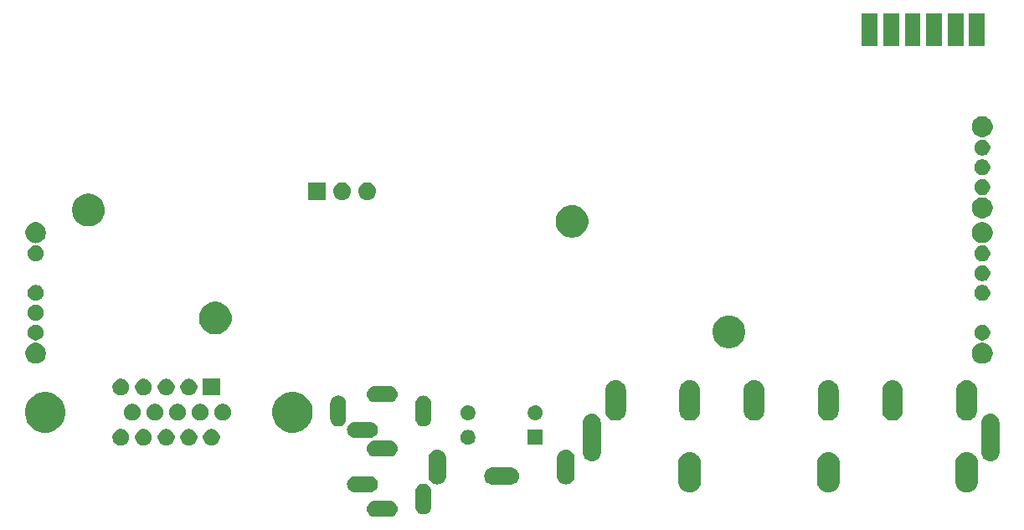
<source format=gbs>
G04 #@! TF.GenerationSoftware,KiCad,Pcbnew,(5.1.0)-1*
G04 #@! TF.CreationDate,2019-06-17T15:30:08-04:00*
G04 #@! TF.ProjectId,PSX Breakout,50535820-4272-4656-916b-6f75742e6b69,rev?*
G04 #@! TF.SameCoordinates,Original*
G04 #@! TF.FileFunction,Soldermask,Bot*
G04 #@! TF.FilePolarity,Negative*
%FSLAX46Y46*%
G04 Gerber Fmt 4.6, Leading zero omitted, Abs format (unit mm)*
G04 Created by KiCad (PCBNEW (5.1.0)-1) date 2019-06-17 15:30:08*
%MOMM*%
%LPD*%
G04 APERTURE LIST*
%ADD10C,0.100000*%
G04 APERTURE END LIST*
D10*
G36*
X128038808Y-109442648D02*
G01*
X128190551Y-109488678D01*
X128330398Y-109563428D01*
X128452975Y-109664025D01*
X128553572Y-109786602D01*
X128628322Y-109926449D01*
X128674352Y-110078192D01*
X128689895Y-110236000D01*
X128674352Y-110393808D01*
X128628322Y-110545551D01*
X128553572Y-110685398D01*
X128452975Y-110807975D01*
X128330398Y-110908572D01*
X128190551Y-110983322D01*
X128038808Y-111029352D01*
X127920546Y-111041000D01*
X126333454Y-111041000D01*
X126215192Y-111029352D01*
X126063449Y-110983322D01*
X125923602Y-110908572D01*
X125801025Y-110807975D01*
X125700428Y-110685398D01*
X125625678Y-110545551D01*
X125579648Y-110393808D01*
X125564105Y-110236000D01*
X125579648Y-110078192D01*
X125625678Y-109926449D01*
X125700428Y-109786602D01*
X125801025Y-109664025D01*
X125923602Y-109563428D01*
X126063449Y-109488678D01*
X126215192Y-109442648D01*
X126333454Y-109431000D01*
X127920546Y-109431000D01*
X128038808Y-109442648D01*
X128038808Y-109442648D01*
G37*
G36*
X131434808Y-107688648D02*
G01*
X131586551Y-107734678D01*
X131726398Y-107809428D01*
X131848975Y-107910025D01*
X131949572Y-108032602D01*
X132024322Y-108172449D01*
X132070352Y-108324192D01*
X132082000Y-108442454D01*
X132082000Y-110029546D01*
X132070352Y-110147808D01*
X132024322Y-110299551D01*
X131949572Y-110439398D01*
X131848975Y-110561975D01*
X131726397Y-110662572D01*
X131586550Y-110737322D01*
X131434807Y-110783352D01*
X131277000Y-110798895D01*
X131119192Y-110783352D01*
X130967449Y-110737322D01*
X130827602Y-110662572D01*
X130705025Y-110561975D01*
X130604428Y-110439397D01*
X130529678Y-110299550D01*
X130483648Y-110147807D01*
X130472000Y-110029545D01*
X130472001Y-108442454D01*
X130483649Y-108324192D01*
X130529679Y-108172449D01*
X130604429Y-108032602D01*
X130705026Y-107910025D01*
X130827603Y-107809428D01*
X130967450Y-107734678D01*
X131119193Y-107688648D01*
X131277000Y-107673105D01*
X131434808Y-107688648D01*
X131434808Y-107688648D01*
G37*
G36*
X172449134Y-104475654D02*
G01*
X172666099Y-104541470D01*
X172666101Y-104541471D01*
X172866053Y-104648347D01*
X172866861Y-104649010D01*
X173041318Y-104792182D01*
X173094074Y-104856466D01*
X173185153Y-104967445D01*
X173282829Y-105150186D01*
X173292030Y-105167400D01*
X173320963Y-105262779D01*
X173357846Y-105384366D01*
X173374500Y-105553455D01*
X173374500Y-107466545D01*
X173367050Y-107542185D01*
X173357846Y-107635635D01*
X173311031Y-107789963D01*
X173292029Y-107852602D01*
X173185153Y-108052555D01*
X173041318Y-108227818D01*
X172866055Y-108371653D01*
X172666102Y-108478529D01*
X172666100Y-108478530D01*
X172449135Y-108544346D01*
X172223500Y-108566569D01*
X171997866Y-108544346D01*
X171780901Y-108478530D01*
X171780899Y-108478529D01*
X171580946Y-108371653D01*
X171405683Y-108227818D01*
X171261848Y-108052555D01*
X171154972Y-107852602D01*
X171135971Y-107789963D01*
X171089155Y-107635635D01*
X171072500Y-107466543D01*
X171072500Y-105553458D01*
X171089154Y-105384366D01*
X171154970Y-105167401D01*
X171154972Y-105167398D01*
X171261847Y-104967447D01*
X171330888Y-104883320D01*
X171405682Y-104792182D01*
X171508289Y-104707975D01*
X171580945Y-104648347D01*
X171780898Y-104541471D01*
X171780900Y-104541470D01*
X171997865Y-104475654D01*
X172223500Y-104453431D01*
X172449134Y-104475654D01*
X172449134Y-104475654D01*
G37*
G36*
X186449134Y-104475654D02*
G01*
X186666099Y-104541470D01*
X186666101Y-104541471D01*
X186866053Y-104648347D01*
X186866861Y-104649010D01*
X187041318Y-104792182D01*
X187094074Y-104856466D01*
X187185153Y-104967445D01*
X187282829Y-105150186D01*
X187292030Y-105167400D01*
X187320963Y-105262779D01*
X187357846Y-105384366D01*
X187374500Y-105553455D01*
X187374500Y-107466545D01*
X187367050Y-107542185D01*
X187357846Y-107635635D01*
X187311031Y-107789963D01*
X187292029Y-107852602D01*
X187185153Y-108052555D01*
X187041318Y-108227818D01*
X186866055Y-108371653D01*
X186666102Y-108478529D01*
X186666100Y-108478530D01*
X186449135Y-108544346D01*
X186223500Y-108566569D01*
X185997866Y-108544346D01*
X185780901Y-108478530D01*
X185780899Y-108478529D01*
X185580946Y-108371653D01*
X185405683Y-108227818D01*
X185261848Y-108052555D01*
X185154972Y-107852602D01*
X185135971Y-107789963D01*
X185089155Y-107635635D01*
X185072500Y-107466543D01*
X185072500Y-105553458D01*
X185089154Y-105384366D01*
X185154970Y-105167401D01*
X185154972Y-105167398D01*
X185261847Y-104967447D01*
X185330888Y-104883320D01*
X185405682Y-104792182D01*
X185508289Y-104707975D01*
X185580945Y-104648347D01*
X185780898Y-104541471D01*
X185780900Y-104541470D01*
X185997865Y-104475654D01*
X186223500Y-104453431D01*
X186449134Y-104475654D01*
X186449134Y-104475654D01*
G37*
G36*
X158449134Y-104475654D02*
G01*
X158666099Y-104541470D01*
X158666101Y-104541471D01*
X158866053Y-104648347D01*
X158866861Y-104649010D01*
X159041318Y-104792182D01*
X159094074Y-104856466D01*
X159185153Y-104967445D01*
X159282829Y-105150186D01*
X159292030Y-105167400D01*
X159320963Y-105262779D01*
X159357846Y-105384366D01*
X159374500Y-105553455D01*
X159374500Y-107466545D01*
X159367050Y-107542185D01*
X159357846Y-107635635D01*
X159311031Y-107789963D01*
X159292029Y-107852602D01*
X159185153Y-108052555D01*
X159041318Y-108227818D01*
X158866055Y-108371653D01*
X158666102Y-108478529D01*
X158666100Y-108478530D01*
X158449135Y-108544346D01*
X158223500Y-108566569D01*
X157997866Y-108544346D01*
X157780901Y-108478530D01*
X157780899Y-108478529D01*
X157580946Y-108371653D01*
X157405683Y-108227818D01*
X157261848Y-108052555D01*
X157154972Y-107852602D01*
X157135971Y-107789963D01*
X157089155Y-107635635D01*
X157072500Y-107466543D01*
X157072500Y-105553458D01*
X157089154Y-105384366D01*
X157154970Y-105167401D01*
X157154972Y-105167398D01*
X157261847Y-104967447D01*
X157330888Y-104883320D01*
X157405682Y-104792182D01*
X157508289Y-104707975D01*
X157580945Y-104648347D01*
X157780898Y-104541471D01*
X157780900Y-104541470D01*
X157997865Y-104475654D01*
X158223500Y-104453431D01*
X158449134Y-104475654D01*
X158449134Y-104475654D01*
G37*
G36*
X126038808Y-106942648D02*
G01*
X126190551Y-106988678D01*
X126330398Y-107063428D01*
X126452975Y-107164025D01*
X126553572Y-107286602D01*
X126628322Y-107426449D01*
X126674352Y-107578192D01*
X126689895Y-107736000D01*
X126674352Y-107893808D01*
X126628322Y-108045551D01*
X126553572Y-108185398D01*
X126452975Y-108307975D01*
X126330398Y-108408572D01*
X126190551Y-108483322D01*
X126038808Y-108529352D01*
X125920546Y-108541000D01*
X124333454Y-108541000D01*
X124215192Y-108529352D01*
X124063449Y-108483322D01*
X123923602Y-108408572D01*
X123801025Y-108307975D01*
X123700428Y-108185398D01*
X123625678Y-108045551D01*
X123579648Y-107893808D01*
X123564105Y-107736000D01*
X123579648Y-107578192D01*
X123625678Y-107426449D01*
X123700428Y-107286602D01*
X123801025Y-107164025D01*
X123923602Y-107063428D01*
X124063449Y-106988678D01*
X124215192Y-106942648D01*
X124333454Y-106931000D01*
X125920546Y-106931000D01*
X126038808Y-106942648D01*
X126038808Y-106942648D01*
G37*
G36*
X140152443Y-106007519D02*
G01*
X140218627Y-106014037D01*
X140388466Y-106065557D01*
X140544991Y-106149222D01*
X140580729Y-106178552D01*
X140682186Y-106261814D01*
X140765448Y-106363271D01*
X140794778Y-106399009D01*
X140878443Y-106555534D01*
X140929963Y-106725373D01*
X140947359Y-106902000D01*
X140929963Y-107078627D01*
X140878443Y-107248466D01*
X140794778Y-107404991D01*
X140765448Y-107440729D01*
X140682186Y-107542186D01*
X140605916Y-107604778D01*
X140544991Y-107654778D01*
X140544989Y-107654779D01*
X140393037Y-107736000D01*
X140388466Y-107738443D01*
X140218627Y-107789963D01*
X140152442Y-107796482D01*
X140086260Y-107803000D01*
X138297740Y-107803000D01*
X138231558Y-107796482D01*
X138165373Y-107789963D01*
X137995534Y-107738443D01*
X137990964Y-107736000D01*
X137839011Y-107654779D01*
X137839009Y-107654778D01*
X137778084Y-107604778D01*
X137701814Y-107542186D01*
X137618552Y-107440729D01*
X137589222Y-107404991D01*
X137505557Y-107248466D01*
X137454037Y-107078627D01*
X137436641Y-106902000D01*
X137454037Y-106725373D01*
X137505557Y-106555534D01*
X137589222Y-106399009D01*
X137618552Y-106363271D01*
X137701814Y-106261814D01*
X137803271Y-106178552D01*
X137839009Y-106149222D01*
X137995534Y-106065557D01*
X138165373Y-106014037D01*
X138231557Y-106007519D01*
X138297740Y-106001000D01*
X140086260Y-106001000D01*
X140152443Y-106007519D01*
X140152443Y-106007519D01*
G37*
G36*
X132868626Y-104264037D02*
G01*
X133038465Y-104315557D01*
X133038467Y-104315558D01*
X133194989Y-104399221D01*
X133332186Y-104511814D01*
X133415448Y-104613271D01*
X133444778Y-104649009D01*
X133528443Y-104805534D01*
X133579963Y-104975373D01*
X133579963Y-104975375D01*
X133593000Y-105107740D01*
X133593000Y-106896260D01*
X133589578Y-106931000D01*
X133579963Y-107028627D01*
X133528443Y-107198466D01*
X133444778Y-107354991D01*
X133415448Y-107390729D01*
X133332186Y-107492186D01*
X133230729Y-107575448D01*
X133194991Y-107604778D01*
X133038466Y-107688443D01*
X132868627Y-107739963D01*
X132692000Y-107757359D01*
X132515374Y-107739963D01*
X132345535Y-107688443D01*
X132189010Y-107604778D01*
X132153272Y-107575448D01*
X132051815Y-107492186D01*
X131968553Y-107390729D01*
X131939223Y-107354991D01*
X131855558Y-107198466D01*
X131804038Y-107028627D01*
X131794423Y-106931000D01*
X131791001Y-106896260D01*
X131791000Y-105107741D01*
X131804037Y-104975376D01*
X131804037Y-104975374D01*
X131855557Y-104805535D01*
X131939222Y-104649010D01*
X131939766Y-104648347D01*
X132051814Y-104511814D01*
X132153271Y-104428552D01*
X132189009Y-104399222D01*
X132345534Y-104315557D01*
X132515373Y-104264037D01*
X132692000Y-104246641D01*
X132868626Y-104264037D01*
X132868626Y-104264037D01*
G37*
G36*
X145868627Y-104264037D02*
G01*
X146038466Y-104315557D01*
X146194991Y-104399222D01*
X146230729Y-104428552D01*
X146332186Y-104511814D01*
X146415448Y-104613271D01*
X146444778Y-104649009D01*
X146528443Y-104805534D01*
X146579963Y-104975373D01*
X146579963Y-104975375D01*
X146593000Y-105107740D01*
X146593000Y-106896260D01*
X146589578Y-106931000D01*
X146579963Y-107028627D01*
X146528443Y-107198466D01*
X146444778Y-107354991D01*
X146415448Y-107390729D01*
X146332186Y-107492186D01*
X146194989Y-107604779D01*
X146038467Y-107688442D01*
X146038465Y-107688443D01*
X145868626Y-107739963D01*
X145692000Y-107757359D01*
X145515373Y-107739963D01*
X145345534Y-107688443D01*
X145189009Y-107604778D01*
X145153271Y-107575448D01*
X145051814Y-107492186D01*
X144939221Y-107354989D01*
X144855558Y-107198467D01*
X144819205Y-107078627D01*
X144804037Y-107028626D01*
X144794422Y-106931000D01*
X144791000Y-106896259D01*
X144791001Y-105107740D01*
X144804038Y-104975375D01*
X144804038Y-104975373D01*
X144855558Y-104805534D01*
X144939223Y-104649009D01*
X144968553Y-104613271D01*
X145051815Y-104511814D01*
X145153272Y-104428552D01*
X145189010Y-104399222D01*
X145345535Y-104315557D01*
X145515374Y-104264037D01*
X145692000Y-104246641D01*
X145868627Y-104264037D01*
X145868627Y-104264037D01*
G37*
G36*
X148500126Y-100622037D02*
G01*
X148669965Y-100673557D01*
X148669967Y-100673558D01*
X148826489Y-100757221D01*
X148963686Y-100869814D01*
X149046948Y-100971271D01*
X149076278Y-101007009D01*
X149159943Y-101163534D01*
X149211463Y-101333373D01*
X149211463Y-101333375D01*
X149222226Y-101442648D01*
X149224500Y-101465742D01*
X149224500Y-104554258D01*
X149211463Y-104686627D01*
X149159943Y-104856466D01*
X149076278Y-105012991D01*
X149046948Y-105048729D01*
X148963686Y-105150186D01*
X148862229Y-105233448D01*
X148826491Y-105262778D01*
X148669966Y-105346443D01*
X148500127Y-105397963D01*
X148323500Y-105415359D01*
X148146874Y-105397963D01*
X147977035Y-105346443D01*
X147820510Y-105262778D01*
X147784772Y-105233448D01*
X147683315Y-105150186D01*
X147600053Y-105048729D01*
X147570723Y-105012991D01*
X147487058Y-104856466D01*
X147435538Y-104686627D01*
X147422501Y-104554258D01*
X147422500Y-101465743D01*
X147424775Y-101442648D01*
X147435537Y-101333376D01*
X147435537Y-101333374D01*
X147487057Y-101163535D01*
X147500651Y-101138103D01*
X147570721Y-101007011D01*
X147683314Y-100869814D01*
X147784771Y-100786552D01*
X147820509Y-100757222D01*
X147977034Y-100673557D01*
X148146873Y-100622037D01*
X148323500Y-100604641D01*
X148500126Y-100622037D01*
X148500126Y-100622037D01*
G37*
G36*
X188800126Y-100622037D02*
G01*
X188969965Y-100673557D01*
X188969967Y-100673558D01*
X189126489Y-100757221D01*
X189263686Y-100869814D01*
X189346948Y-100971271D01*
X189376278Y-101007009D01*
X189459943Y-101163534D01*
X189511463Y-101333373D01*
X189511463Y-101333375D01*
X189522226Y-101442648D01*
X189524500Y-101465742D01*
X189524500Y-104554258D01*
X189511463Y-104686627D01*
X189459943Y-104856466D01*
X189376278Y-105012991D01*
X189346948Y-105048729D01*
X189263686Y-105150186D01*
X189162229Y-105233448D01*
X189126491Y-105262778D01*
X188969966Y-105346443D01*
X188800127Y-105397963D01*
X188623500Y-105415359D01*
X188446874Y-105397963D01*
X188277035Y-105346443D01*
X188120510Y-105262778D01*
X188084772Y-105233448D01*
X187983315Y-105150186D01*
X187900053Y-105048729D01*
X187870723Y-105012991D01*
X187787058Y-104856466D01*
X187735538Y-104686627D01*
X187722501Y-104554258D01*
X187722500Y-101465743D01*
X187724775Y-101442648D01*
X187735537Y-101333376D01*
X187735537Y-101333374D01*
X187787057Y-101163535D01*
X187800651Y-101138103D01*
X187870721Y-101007011D01*
X187983314Y-100869814D01*
X188084771Y-100786552D01*
X188120509Y-100757222D01*
X188277034Y-100673557D01*
X188446873Y-100622037D01*
X188623500Y-100604641D01*
X188800126Y-100622037D01*
X188800126Y-100622037D01*
G37*
G36*
X128038808Y-103342648D02*
G01*
X128190551Y-103388678D01*
X128330398Y-103463428D01*
X128452975Y-103564025D01*
X128553572Y-103686602D01*
X128628322Y-103826449D01*
X128674352Y-103978192D01*
X128689895Y-104136000D01*
X128674352Y-104293808D01*
X128628322Y-104445551D01*
X128553572Y-104585398D01*
X128452975Y-104707975D01*
X128330398Y-104808572D01*
X128190551Y-104883322D01*
X128038808Y-104929352D01*
X127920546Y-104941000D01*
X126333454Y-104941000D01*
X126215192Y-104929352D01*
X126063449Y-104883322D01*
X125923602Y-104808572D01*
X125801025Y-104707975D01*
X125700428Y-104585398D01*
X125625678Y-104445551D01*
X125579648Y-104293808D01*
X125564105Y-104136000D01*
X125579648Y-103978192D01*
X125625678Y-103826449D01*
X125700428Y-103686602D01*
X125801025Y-103564025D01*
X125923602Y-103463428D01*
X126063449Y-103388678D01*
X126215192Y-103342648D01*
X126333454Y-103331000D01*
X127920546Y-103331000D01*
X128038808Y-103342648D01*
X128038808Y-103342648D01*
G37*
G36*
X107813228Y-102178703D02*
G01*
X107968100Y-102242853D01*
X108107481Y-102335985D01*
X108226015Y-102454519D01*
X108319147Y-102593900D01*
X108383297Y-102748772D01*
X108416000Y-102913184D01*
X108416000Y-103080816D01*
X108383297Y-103245228D01*
X108319147Y-103400100D01*
X108226015Y-103539481D01*
X108107481Y-103658015D01*
X107968100Y-103751147D01*
X107813228Y-103815297D01*
X107648816Y-103848000D01*
X107481184Y-103848000D01*
X107316772Y-103815297D01*
X107161900Y-103751147D01*
X107022519Y-103658015D01*
X106903985Y-103539481D01*
X106810853Y-103400100D01*
X106746703Y-103245228D01*
X106714000Y-103080816D01*
X106714000Y-102913184D01*
X106746703Y-102748772D01*
X106810853Y-102593900D01*
X106903985Y-102454519D01*
X107022519Y-102335985D01*
X107161900Y-102242853D01*
X107316772Y-102178703D01*
X107481184Y-102146000D01*
X107648816Y-102146000D01*
X107813228Y-102178703D01*
X107813228Y-102178703D01*
G37*
G36*
X100943228Y-102178703D02*
G01*
X101098100Y-102242853D01*
X101237481Y-102335985D01*
X101356015Y-102454519D01*
X101449147Y-102593900D01*
X101513297Y-102748772D01*
X101546000Y-102913184D01*
X101546000Y-103080816D01*
X101513297Y-103245228D01*
X101449147Y-103400100D01*
X101356015Y-103539481D01*
X101237481Y-103658015D01*
X101098100Y-103751147D01*
X100943228Y-103815297D01*
X100778816Y-103848000D01*
X100611184Y-103848000D01*
X100446772Y-103815297D01*
X100291900Y-103751147D01*
X100152519Y-103658015D01*
X100033985Y-103539481D01*
X99940853Y-103400100D01*
X99876703Y-103245228D01*
X99844000Y-103080816D01*
X99844000Y-102913184D01*
X99876703Y-102748772D01*
X99940853Y-102593900D01*
X100033985Y-102454519D01*
X100152519Y-102335985D01*
X100291900Y-102242853D01*
X100446772Y-102178703D01*
X100611184Y-102146000D01*
X100778816Y-102146000D01*
X100943228Y-102178703D01*
X100943228Y-102178703D01*
G37*
G36*
X103233228Y-102178703D02*
G01*
X103388100Y-102242853D01*
X103527481Y-102335985D01*
X103646015Y-102454519D01*
X103739147Y-102593900D01*
X103803297Y-102748772D01*
X103836000Y-102913184D01*
X103836000Y-103080816D01*
X103803297Y-103245228D01*
X103739147Y-103400100D01*
X103646015Y-103539481D01*
X103527481Y-103658015D01*
X103388100Y-103751147D01*
X103233228Y-103815297D01*
X103068816Y-103848000D01*
X102901184Y-103848000D01*
X102736772Y-103815297D01*
X102581900Y-103751147D01*
X102442519Y-103658015D01*
X102323985Y-103539481D01*
X102230853Y-103400100D01*
X102166703Y-103245228D01*
X102134000Y-103080816D01*
X102134000Y-102913184D01*
X102166703Y-102748772D01*
X102230853Y-102593900D01*
X102323985Y-102454519D01*
X102442519Y-102335985D01*
X102581900Y-102242853D01*
X102736772Y-102178703D01*
X102901184Y-102146000D01*
X103068816Y-102146000D01*
X103233228Y-102178703D01*
X103233228Y-102178703D01*
G37*
G36*
X105523228Y-102178703D02*
G01*
X105678100Y-102242853D01*
X105817481Y-102335985D01*
X105936015Y-102454519D01*
X106029147Y-102593900D01*
X106093297Y-102748772D01*
X106126000Y-102913184D01*
X106126000Y-103080816D01*
X106093297Y-103245228D01*
X106029147Y-103400100D01*
X105936015Y-103539481D01*
X105817481Y-103658015D01*
X105678100Y-103751147D01*
X105523228Y-103815297D01*
X105358816Y-103848000D01*
X105191184Y-103848000D01*
X105026772Y-103815297D01*
X104871900Y-103751147D01*
X104732519Y-103658015D01*
X104613985Y-103539481D01*
X104520853Y-103400100D01*
X104456703Y-103245228D01*
X104424000Y-103080816D01*
X104424000Y-102913184D01*
X104456703Y-102748772D01*
X104520853Y-102593900D01*
X104613985Y-102454519D01*
X104732519Y-102335985D01*
X104871900Y-102242853D01*
X105026772Y-102178703D01*
X105191184Y-102146000D01*
X105358816Y-102146000D01*
X105523228Y-102178703D01*
X105523228Y-102178703D01*
G37*
G36*
X110103228Y-102178703D02*
G01*
X110258100Y-102242853D01*
X110397481Y-102335985D01*
X110516015Y-102454519D01*
X110609147Y-102593900D01*
X110673297Y-102748772D01*
X110706000Y-102913184D01*
X110706000Y-103080816D01*
X110673297Y-103245228D01*
X110609147Y-103400100D01*
X110516015Y-103539481D01*
X110397481Y-103658015D01*
X110258100Y-103751147D01*
X110103228Y-103815297D01*
X109938816Y-103848000D01*
X109771184Y-103848000D01*
X109606772Y-103815297D01*
X109451900Y-103751147D01*
X109312519Y-103658015D01*
X109193985Y-103539481D01*
X109100853Y-103400100D01*
X109036703Y-103245228D01*
X109004000Y-103080816D01*
X109004000Y-102913184D01*
X109036703Y-102748772D01*
X109100853Y-102593900D01*
X109193985Y-102454519D01*
X109312519Y-102335985D01*
X109451900Y-102242853D01*
X109606772Y-102178703D01*
X109771184Y-102146000D01*
X109938816Y-102146000D01*
X110103228Y-102178703D01*
X110103228Y-102178703D01*
G37*
G36*
X143347000Y-103757000D02*
G01*
X141837000Y-103757000D01*
X141837000Y-102247000D01*
X143347000Y-102247000D01*
X143347000Y-103757000D01*
X143347000Y-103757000D01*
G37*
G36*
X135939293Y-102261507D02*
G01*
X136012225Y-102276014D01*
X136069138Y-102299588D01*
X136149626Y-102332927D01*
X136273284Y-102415553D01*
X136378447Y-102520716D01*
X136461073Y-102644374D01*
X136478065Y-102685398D01*
X136504316Y-102748772D01*
X136517986Y-102781776D01*
X136547000Y-102927638D01*
X136547000Y-103076362D01*
X136517986Y-103222224D01*
X136461073Y-103359626D01*
X136378447Y-103483284D01*
X136273284Y-103588447D01*
X136149626Y-103671073D01*
X136112130Y-103686604D01*
X136012225Y-103727986D01*
X135939293Y-103742493D01*
X135866362Y-103757000D01*
X135717638Y-103757000D01*
X135644707Y-103742493D01*
X135571775Y-103727986D01*
X135471870Y-103686604D01*
X135434374Y-103671073D01*
X135310716Y-103588447D01*
X135205553Y-103483284D01*
X135122927Y-103359626D01*
X135066014Y-103222224D01*
X135037000Y-103076362D01*
X135037000Y-102927638D01*
X135066014Y-102781776D01*
X135079685Y-102748772D01*
X135105935Y-102685398D01*
X135122927Y-102644374D01*
X135205553Y-102520716D01*
X135310716Y-102415553D01*
X135434374Y-102332927D01*
X135514862Y-102299588D01*
X135571775Y-102276014D01*
X135644707Y-102261507D01*
X135717638Y-102247000D01*
X135866362Y-102247000D01*
X135939293Y-102261507D01*
X135939293Y-102261507D01*
G37*
G36*
X126038808Y-101442648D02*
G01*
X126190551Y-101488678D01*
X126330398Y-101563428D01*
X126452975Y-101664025D01*
X126553572Y-101786602D01*
X126628322Y-101926449D01*
X126674352Y-102078192D01*
X126689895Y-102236000D01*
X126674352Y-102393808D01*
X126628322Y-102545551D01*
X126553572Y-102685398D01*
X126452975Y-102807975D01*
X126330398Y-102908572D01*
X126190551Y-102983322D01*
X126038808Y-103029352D01*
X125920546Y-103041000D01*
X124333454Y-103041000D01*
X124215192Y-103029352D01*
X124063449Y-102983322D01*
X123923602Y-102908572D01*
X123801025Y-102807975D01*
X123700428Y-102685398D01*
X123625678Y-102545551D01*
X123579648Y-102393808D01*
X123564105Y-102236000D01*
X123579648Y-102078192D01*
X123625678Y-101926449D01*
X123700428Y-101786602D01*
X123801025Y-101664025D01*
X123923602Y-101563428D01*
X124063449Y-101488678D01*
X124215192Y-101442648D01*
X124333454Y-101431000D01*
X125920546Y-101431000D01*
X126038808Y-101442648D01*
X126038808Y-101442648D01*
G37*
G36*
X118638254Y-98484818D02*
G01*
X119011511Y-98639426D01*
X119011513Y-98639427D01*
X119347436Y-98863884D01*
X119633116Y-99149564D01*
X119827848Y-99441000D01*
X119857574Y-99485489D01*
X120012182Y-99858746D01*
X120091000Y-100254993D01*
X120091000Y-100659007D01*
X120012182Y-101055254D01*
X119869569Y-101399552D01*
X119857573Y-101428513D01*
X119633116Y-101764436D01*
X119347436Y-102050116D01*
X119011513Y-102274573D01*
X119011512Y-102274574D01*
X119011511Y-102274574D01*
X118638254Y-102429182D01*
X118242007Y-102508000D01*
X117837993Y-102508000D01*
X117441746Y-102429182D01*
X117068489Y-102274574D01*
X117068488Y-102274574D01*
X117068487Y-102274573D01*
X116732564Y-102050116D01*
X116446884Y-101764436D01*
X116222427Y-101428513D01*
X116210431Y-101399552D01*
X116067818Y-101055254D01*
X115989000Y-100659007D01*
X115989000Y-100254993D01*
X116067818Y-99858746D01*
X116222426Y-99485489D01*
X116252153Y-99441000D01*
X116446884Y-99149564D01*
X116732564Y-98863884D01*
X117068487Y-98639427D01*
X117068489Y-98639426D01*
X117441746Y-98484818D01*
X117837993Y-98406000D01*
X118242007Y-98406000D01*
X118638254Y-98484818D01*
X118638254Y-98484818D01*
G37*
G36*
X93638254Y-98484818D02*
G01*
X94011511Y-98639426D01*
X94011513Y-98639427D01*
X94347436Y-98863884D01*
X94633116Y-99149564D01*
X94827848Y-99441000D01*
X94857574Y-99485489D01*
X95012182Y-99858746D01*
X95091000Y-100254993D01*
X95091000Y-100659007D01*
X95012182Y-101055254D01*
X94869569Y-101399552D01*
X94857573Y-101428513D01*
X94633116Y-101764436D01*
X94347436Y-102050116D01*
X94011513Y-102274573D01*
X94011512Y-102274574D01*
X94011511Y-102274574D01*
X93638254Y-102429182D01*
X93242007Y-102508000D01*
X92837993Y-102508000D01*
X92441746Y-102429182D01*
X92068489Y-102274574D01*
X92068488Y-102274574D01*
X92068487Y-102274573D01*
X91732564Y-102050116D01*
X91446884Y-101764436D01*
X91222427Y-101428513D01*
X91210431Y-101399552D01*
X91067818Y-101055254D01*
X90989000Y-100659007D01*
X90989000Y-100254993D01*
X91067818Y-99858746D01*
X91222426Y-99485489D01*
X91252153Y-99441000D01*
X91446884Y-99149564D01*
X91732564Y-98863884D01*
X92068487Y-98639427D01*
X92068489Y-98639426D01*
X92441746Y-98484818D01*
X92837993Y-98406000D01*
X93242007Y-98406000D01*
X93638254Y-98484818D01*
X93638254Y-98484818D01*
G37*
G36*
X122834808Y-98788648D02*
G01*
X122986551Y-98834678D01*
X123126398Y-98909428D01*
X123248975Y-99010025D01*
X123349572Y-99132602D01*
X123424322Y-99272449D01*
X123470352Y-99424192D01*
X123482000Y-99542454D01*
X123482000Y-101129546D01*
X123470352Y-101247808D01*
X123424322Y-101399551D01*
X123349572Y-101539398D01*
X123248975Y-101661975D01*
X123126397Y-101762572D01*
X122986550Y-101837322D01*
X122834807Y-101883352D01*
X122677000Y-101898895D01*
X122519192Y-101883352D01*
X122367449Y-101837322D01*
X122227602Y-101762572D01*
X122105025Y-101661975D01*
X122004428Y-101539397D01*
X121929678Y-101399550D01*
X121883648Y-101247807D01*
X121872000Y-101129545D01*
X121872001Y-99542454D01*
X121883649Y-99424192D01*
X121929679Y-99272449D01*
X122004429Y-99132602D01*
X122105026Y-99010025D01*
X122227603Y-98909428D01*
X122367450Y-98834678D01*
X122519193Y-98788648D01*
X122677000Y-98773105D01*
X122834808Y-98788648D01*
X122834808Y-98788648D01*
G37*
G36*
X131434808Y-98788648D02*
G01*
X131586551Y-98834678D01*
X131726398Y-98909428D01*
X131848975Y-99010025D01*
X131949572Y-99132602D01*
X132024322Y-99272449D01*
X132070352Y-99424192D01*
X132082000Y-99542454D01*
X132082000Y-101129546D01*
X132070352Y-101247808D01*
X132024322Y-101399551D01*
X131949572Y-101539398D01*
X131848975Y-101661975D01*
X131726397Y-101762572D01*
X131586550Y-101837322D01*
X131434807Y-101883352D01*
X131277000Y-101898895D01*
X131119192Y-101883352D01*
X130967449Y-101837322D01*
X130827602Y-101762572D01*
X130705025Y-101661975D01*
X130604428Y-101539397D01*
X130529678Y-101399550D01*
X130483648Y-101247807D01*
X130472000Y-101129545D01*
X130472001Y-99542454D01*
X130483649Y-99424192D01*
X130529679Y-99272449D01*
X130604429Y-99132602D01*
X130705026Y-99010025D01*
X130827603Y-98909428D01*
X130967450Y-98834678D01*
X131119193Y-98788648D01*
X131277000Y-98773105D01*
X131434808Y-98788648D01*
X131434808Y-98788648D01*
G37*
G36*
X150929531Y-97224207D02*
G01*
X151127645Y-97284305D01*
X151127648Y-97284306D01*
X151193530Y-97319521D01*
X151310229Y-97381897D01*
X151470265Y-97513235D01*
X151601603Y-97673271D01*
X151601604Y-97673273D01*
X151699194Y-97855851D01*
X151699194Y-97855852D01*
X151699195Y-97855854D01*
X151759293Y-98053968D01*
X151774500Y-98208370D01*
X151774500Y-100311630D01*
X151759293Y-100466032D01*
X151725824Y-100576362D01*
X151699194Y-100664149D01*
X151649446Y-100757221D01*
X151601603Y-100846729D01*
X151470265Y-101006765D01*
X151310229Y-101138103D01*
X151248548Y-101171072D01*
X151127649Y-101235694D01*
X151127646Y-101235695D01*
X150929532Y-101295793D01*
X150723500Y-101316085D01*
X150517469Y-101295793D01*
X150319355Y-101235695D01*
X150319352Y-101235694D01*
X150198453Y-101171072D01*
X150136772Y-101138103D01*
X149976736Y-101006765D01*
X149845398Y-100846729D01*
X149797555Y-100757221D01*
X149747807Y-100664149D01*
X149721177Y-100576362D01*
X149687708Y-100466032D01*
X149672501Y-100311630D01*
X149672500Y-98208371D01*
X149687707Y-98053969D01*
X149747805Y-97855855D01*
X149747806Y-97855852D01*
X149783021Y-97789970D01*
X149845397Y-97673271D01*
X149976735Y-97513235D01*
X150136771Y-97381897D01*
X150222525Y-97336061D01*
X150319351Y-97284306D01*
X150319354Y-97284305D01*
X150517468Y-97224207D01*
X150723500Y-97203915D01*
X150929531Y-97224207D01*
X150929531Y-97224207D01*
G37*
G36*
X186429531Y-97224207D02*
G01*
X186627645Y-97284305D01*
X186627648Y-97284306D01*
X186693530Y-97319521D01*
X186810229Y-97381897D01*
X186970265Y-97513235D01*
X187101603Y-97673271D01*
X187101604Y-97673273D01*
X187199194Y-97855851D01*
X187199194Y-97855852D01*
X187199195Y-97855854D01*
X187259293Y-98053968D01*
X187274500Y-98208370D01*
X187274500Y-100311630D01*
X187259293Y-100466032D01*
X187225824Y-100576362D01*
X187199194Y-100664149D01*
X187149446Y-100757221D01*
X187101603Y-100846729D01*
X186970265Y-101006765D01*
X186810229Y-101138103D01*
X186748548Y-101171072D01*
X186627649Y-101235694D01*
X186627646Y-101235695D01*
X186429532Y-101295793D01*
X186223500Y-101316085D01*
X186017469Y-101295793D01*
X185819355Y-101235695D01*
X185819352Y-101235694D01*
X185698453Y-101171072D01*
X185636772Y-101138103D01*
X185476736Y-101006765D01*
X185345398Y-100846729D01*
X185297555Y-100757221D01*
X185247807Y-100664149D01*
X185221177Y-100576362D01*
X185187708Y-100466032D01*
X185172501Y-100311630D01*
X185172500Y-98208371D01*
X185187707Y-98053969D01*
X185247805Y-97855855D01*
X185247806Y-97855852D01*
X185283021Y-97789970D01*
X185345397Y-97673271D01*
X185476735Y-97513235D01*
X185636771Y-97381897D01*
X185722525Y-97336061D01*
X185819351Y-97284306D01*
X185819354Y-97284305D01*
X186017468Y-97224207D01*
X186223500Y-97203915D01*
X186429531Y-97224207D01*
X186429531Y-97224207D01*
G37*
G36*
X178929531Y-97224207D02*
G01*
X179127645Y-97284305D01*
X179127648Y-97284306D01*
X179193530Y-97319521D01*
X179310229Y-97381897D01*
X179470265Y-97513235D01*
X179601603Y-97673271D01*
X179601604Y-97673273D01*
X179699194Y-97855851D01*
X179699194Y-97855852D01*
X179699195Y-97855854D01*
X179759293Y-98053968D01*
X179774500Y-98208370D01*
X179774500Y-100311630D01*
X179759293Y-100466032D01*
X179725824Y-100576362D01*
X179699194Y-100664149D01*
X179649446Y-100757221D01*
X179601603Y-100846729D01*
X179470265Y-101006765D01*
X179310229Y-101138103D01*
X179248548Y-101171072D01*
X179127649Y-101235694D01*
X179127646Y-101235695D01*
X178929532Y-101295793D01*
X178723500Y-101316085D01*
X178517469Y-101295793D01*
X178319355Y-101235695D01*
X178319352Y-101235694D01*
X178198453Y-101171072D01*
X178136772Y-101138103D01*
X177976736Y-101006765D01*
X177845398Y-100846729D01*
X177797555Y-100757221D01*
X177747807Y-100664149D01*
X177721177Y-100576362D01*
X177687708Y-100466032D01*
X177672501Y-100311630D01*
X177672500Y-98208371D01*
X177687707Y-98053969D01*
X177747805Y-97855855D01*
X177747806Y-97855852D01*
X177783021Y-97789970D01*
X177845397Y-97673271D01*
X177976735Y-97513235D01*
X178136771Y-97381897D01*
X178222525Y-97336061D01*
X178319351Y-97284306D01*
X178319354Y-97284305D01*
X178517468Y-97224207D01*
X178723500Y-97203915D01*
X178929531Y-97224207D01*
X178929531Y-97224207D01*
G37*
G36*
X158429531Y-97224207D02*
G01*
X158627645Y-97284305D01*
X158627648Y-97284306D01*
X158693530Y-97319521D01*
X158810229Y-97381897D01*
X158970265Y-97513235D01*
X159101603Y-97673271D01*
X159101604Y-97673273D01*
X159199194Y-97855851D01*
X159199194Y-97855852D01*
X159199195Y-97855854D01*
X159259293Y-98053968D01*
X159274500Y-98208370D01*
X159274500Y-100311630D01*
X159259293Y-100466032D01*
X159225824Y-100576362D01*
X159199194Y-100664149D01*
X159149446Y-100757221D01*
X159101603Y-100846729D01*
X158970265Y-101006765D01*
X158810229Y-101138103D01*
X158748548Y-101171072D01*
X158627649Y-101235694D01*
X158627646Y-101235695D01*
X158429532Y-101295793D01*
X158223500Y-101316085D01*
X158017469Y-101295793D01*
X157819355Y-101235695D01*
X157819352Y-101235694D01*
X157698453Y-101171072D01*
X157636772Y-101138103D01*
X157476736Y-101006765D01*
X157345398Y-100846729D01*
X157297555Y-100757221D01*
X157247807Y-100664149D01*
X157221177Y-100576362D01*
X157187708Y-100466032D01*
X157172501Y-100311630D01*
X157172500Y-98208371D01*
X157187707Y-98053969D01*
X157247805Y-97855855D01*
X157247806Y-97855852D01*
X157283021Y-97789970D01*
X157345397Y-97673271D01*
X157476735Y-97513235D01*
X157636771Y-97381897D01*
X157722525Y-97336061D01*
X157819351Y-97284306D01*
X157819354Y-97284305D01*
X158017468Y-97224207D01*
X158223500Y-97203915D01*
X158429531Y-97224207D01*
X158429531Y-97224207D01*
G37*
G36*
X164929531Y-97224207D02*
G01*
X165127645Y-97284305D01*
X165127648Y-97284306D01*
X165193530Y-97319521D01*
X165310229Y-97381897D01*
X165470265Y-97513235D01*
X165601603Y-97673271D01*
X165601604Y-97673273D01*
X165699194Y-97855851D01*
X165699194Y-97855852D01*
X165699195Y-97855854D01*
X165759293Y-98053968D01*
X165774500Y-98208370D01*
X165774500Y-100311630D01*
X165759293Y-100466032D01*
X165725824Y-100576362D01*
X165699194Y-100664149D01*
X165649446Y-100757221D01*
X165601603Y-100846729D01*
X165470265Y-101006765D01*
X165310229Y-101138103D01*
X165248548Y-101171072D01*
X165127649Y-101235694D01*
X165127646Y-101235695D01*
X164929532Y-101295793D01*
X164723500Y-101316085D01*
X164517469Y-101295793D01*
X164319355Y-101235695D01*
X164319352Y-101235694D01*
X164198453Y-101171072D01*
X164136772Y-101138103D01*
X163976736Y-101006765D01*
X163845398Y-100846729D01*
X163797555Y-100757221D01*
X163747807Y-100664149D01*
X163721177Y-100576362D01*
X163687708Y-100466032D01*
X163672501Y-100311630D01*
X163672500Y-98208371D01*
X163687707Y-98053969D01*
X163747805Y-97855855D01*
X163747806Y-97855852D01*
X163783021Y-97789970D01*
X163845397Y-97673271D01*
X163976735Y-97513235D01*
X164136771Y-97381897D01*
X164222525Y-97336061D01*
X164319351Y-97284306D01*
X164319354Y-97284305D01*
X164517468Y-97224207D01*
X164723500Y-97203915D01*
X164929531Y-97224207D01*
X164929531Y-97224207D01*
G37*
G36*
X172429531Y-97224207D02*
G01*
X172627645Y-97284305D01*
X172627648Y-97284306D01*
X172693530Y-97319521D01*
X172810229Y-97381897D01*
X172970265Y-97513235D01*
X173101603Y-97673271D01*
X173101604Y-97673273D01*
X173199194Y-97855851D01*
X173199194Y-97855852D01*
X173199195Y-97855854D01*
X173259293Y-98053968D01*
X173274500Y-98208370D01*
X173274500Y-100311630D01*
X173259293Y-100466032D01*
X173225824Y-100576362D01*
X173199194Y-100664149D01*
X173149446Y-100757221D01*
X173101603Y-100846729D01*
X172970265Y-101006765D01*
X172810229Y-101138103D01*
X172748548Y-101171072D01*
X172627649Y-101235694D01*
X172627646Y-101235695D01*
X172429532Y-101295793D01*
X172223500Y-101316085D01*
X172017469Y-101295793D01*
X171819355Y-101235695D01*
X171819352Y-101235694D01*
X171698453Y-101171072D01*
X171636772Y-101138103D01*
X171476736Y-101006765D01*
X171345398Y-100846729D01*
X171297555Y-100757221D01*
X171247807Y-100664149D01*
X171221177Y-100576362D01*
X171187708Y-100466032D01*
X171172501Y-100311630D01*
X171172500Y-98208371D01*
X171187707Y-98053969D01*
X171247805Y-97855855D01*
X171247806Y-97855852D01*
X171283021Y-97789970D01*
X171345397Y-97673271D01*
X171476735Y-97513235D01*
X171636771Y-97381897D01*
X171722525Y-97336061D01*
X171819351Y-97284306D01*
X171819354Y-97284305D01*
X172017468Y-97224207D01*
X172223500Y-97203915D01*
X172429531Y-97224207D01*
X172429531Y-97224207D01*
G37*
G36*
X102088228Y-99638703D02*
G01*
X102243100Y-99702853D01*
X102382481Y-99795985D01*
X102501015Y-99914519D01*
X102594147Y-100053900D01*
X102658297Y-100208772D01*
X102691000Y-100373184D01*
X102691000Y-100540816D01*
X102658297Y-100705228D01*
X102594147Y-100860100D01*
X102501015Y-100999481D01*
X102382481Y-101118015D01*
X102243100Y-101211147D01*
X102088228Y-101275297D01*
X101923816Y-101308000D01*
X101756184Y-101308000D01*
X101591772Y-101275297D01*
X101436900Y-101211147D01*
X101297519Y-101118015D01*
X101178985Y-100999481D01*
X101085853Y-100860100D01*
X101021703Y-100705228D01*
X100989000Y-100540816D01*
X100989000Y-100373184D01*
X101021703Y-100208772D01*
X101085853Y-100053900D01*
X101178985Y-99914519D01*
X101297519Y-99795985D01*
X101436900Y-99702853D01*
X101591772Y-99638703D01*
X101756184Y-99606000D01*
X101923816Y-99606000D01*
X102088228Y-99638703D01*
X102088228Y-99638703D01*
G37*
G36*
X111248228Y-99638703D02*
G01*
X111403100Y-99702853D01*
X111542481Y-99795985D01*
X111661015Y-99914519D01*
X111754147Y-100053900D01*
X111818297Y-100208772D01*
X111851000Y-100373184D01*
X111851000Y-100540816D01*
X111818297Y-100705228D01*
X111754147Y-100860100D01*
X111661015Y-100999481D01*
X111542481Y-101118015D01*
X111403100Y-101211147D01*
X111248228Y-101275297D01*
X111083816Y-101308000D01*
X110916184Y-101308000D01*
X110751772Y-101275297D01*
X110596900Y-101211147D01*
X110457519Y-101118015D01*
X110338985Y-100999481D01*
X110245853Y-100860100D01*
X110181703Y-100705228D01*
X110149000Y-100540816D01*
X110149000Y-100373184D01*
X110181703Y-100208772D01*
X110245853Y-100053900D01*
X110338985Y-99914519D01*
X110457519Y-99795985D01*
X110596900Y-99702853D01*
X110751772Y-99638703D01*
X110916184Y-99606000D01*
X111083816Y-99606000D01*
X111248228Y-99638703D01*
X111248228Y-99638703D01*
G37*
G36*
X104378228Y-99638703D02*
G01*
X104533100Y-99702853D01*
X104672481Y-99795985D01*
X104791015Y-99914519D01*
X104884147Y-100053900D01*
X104948297Y-100208772D01*
X104981000Y-100373184D01*
X104981000Y-100540816D01*
X104948297Y-100705228D01*
X104884147Y-100860100D01*
X104791015Y-100999481D01*
X104672481Y-101118015D01*
X104533100Y-101211147D01*
X104378228Y-101275297D01*
X104213816Y-101308000D01*
X104046184Y-101308000D01*
X103881772Y-101275297D01*
X103726900Y-101211147D01*
X103587519Y-101118015D01*
X103468985Y-100999481D01*
X103375853Y-100860100D01*
X103311703Y-100705228D01*
X103279000Y-100540816D01*
X103279000Y-100373184D01*
X103311703Y-100208772D01*
X103375853Y-100053900D01*
X103468985Y-99914519D01*
X103587519Y-99795985D01*
X103726900Y-99702853D01*
X103881772Y-99638703D01*
X104046184Y-99606000D01*
X104213816Y-99606000D01*
X104378228Y-99638703D01*
X104378228Y-99638703D01*
G37*
G36*
X106668228Y-99638703D02*
G01*
X106823100Y-99702853D01*
X106962481Y-99795985D01*
X107081015Y-99914519D01*
X107174147Y-100053900D01*
X107238297Y-100208772D01*
X107271000Y-100373184D01*
X107271000Y-100540816D01*
X107238297Y-100705228D01*
X107174147Y-100860100D01*
X107081015Y-100999481D01*
X106962481Y-101118015D01*
X106823100Y-101211147D01*
X106668228Y-101275297D01*
X106503816Y-101308000D01*
X106336184Y-101308000D01*
X106171772Y-101275297D01*
X106016900Y-101211147D01*
X105877519Y-101118015D01*
X105758985Y-100999481D01*
X105665853Y-100860100D01*
X105601703Y-100705228D01*
X105569000Y-100540816D01*
X105569000Y-100373184D01*
X105601703Y-100208772D01*
X105665853Y-100053900D01*
X105758985Y-99914519D01*
X105877519Y-99795985D01*
X106016900Y-99702853D01*
X106171772Y-99638703D01*
X106336184Y-99606000D01*
X106503816Y-99606000D01*
X106668228Y-99638703D01*
X106668228Y-99638703D01*
G37*
G36*
X108958228Y-99638703D02*
G01*
X109113100Y-99702853D01*
X109252481Y-99795985D01*
X109371015Y-99914519D01*
X109464147Y-100053900D01*
X109528297Y-100208772D01*
X109561000Y-100373184D01*
X109561000Y-100540816D01*
X109528297Y-100705228D01*
X109464147Y-100860100D01*
X109371015Y-100999481D01*
X109252481Y-101118015D01*
X109113100Y-101211147D01*
X108958228Y-101275297D01*
X108793816Y-101308000D01*
X108626184Y-101308000D01*
X108461772Y-101275297D01*
X108306900Y-101211147D01*
X108167519Y-101118015D01*
X108048985Y-100999481D01*
X107955853Y-100860100D01*
X107891703Y-100705228D01*
X107859000Y-100540816D01*
X107859000Y-100373184D01*
X107891703Y-100208772D01*
X107955853Y-100053900D01*
X108048985Y-99914519D01*
X108167519Y-99795985D01*
X108306900Y-99702853D01*
X108461772Y-99638703D01*
X108626184Y-99606000D01*
X108793816Y-99606000D01*
X108958228Y-99638703D01*
X108958228Y-99638703D01*
G37*
G36*
X142739293Y-99761507D02*
G01*
X142812225Y-99776014D01*
X142860439Y-99795985D01*
X142949626Y-99832927D01*
X143073284Y-99915553D01*
X143178447Y-100020716D01*
X143261073Y-100144374D01*
X143317986Y-100281776D01*
X143347000Y-100427638D01*
X143347000Y-100576362D01*
X143317986Y-100722224D01*
X143261073Y-100859626D01*
X143178447Y-100983284D01*
X143073284Y-101088447D01*
X142949626Y-101171073D01*
X142869138Y-101204412D01*
X142812225Y-101227986D01*
X142773474Y-101235694D01*
X142666362Y-101257000D01*
X142517638Y-101257000D01*
X142410526Y-101235694D01*
X142371775Y-101227986D01*
X142314862Y-101204412D01*
X142234374Y-101171073D01*
X142110716Y-101088447D01*
X142005553Y-100983284D01*
X141922927Y-100859626D01*
X141866014Y-100722224D01*
X141837000Y-100576362D01*
X141837000Y-100427638D01*
X141866014Y-100281776D01*
X141922927Y-100144374D01*
X142005553Y-100020716D01*
X142110716Y-99915553D01*
X142234374Y-99832927D01*
X142323561Y-99795985D01*
X142371775Y-99776014D01*
X142444707Y-99761507D01*
X142517638Y-99747000D01*
X142666362Y-99747000D01*
X142739293Y-99761507D01*
X142739293Y-99761507D01*
G37*
G36*
X135939293Y-99761507D02*
G01*
X136012225Y-99776014D01*
X136060439Y-99795985D01*
X136149626Y-99832927D01*
X136273284Y-99915553D01*
X136378447Y-100020716D01*
X136461073Y-100144374D01*
X136517986Y-100281776D01*
X136547000Y-100427638D01*
X136547000Y-100576362D01*
X136517986Y-100722224D01*
X136461073Y-100859626D01*
X136378447Y-100983284D01*
X136273284Y-101088447D01*
X136149626Y-101171073D01*
X136069138Y-101204412D01*
X136012225Y-101227986D01*
X135973474Y-101235694D01*
X135866362Y-101257000D01*
X135717638Y-101257000D01*
X135610526Y-101235694D01*
X135571775Y-101227986D01*
X135514862Y-101204412D01*
X135434374Y-101171073D01*
X135310716Y-101088447D01*
X135205553Y-100983284D01*
X135122927Y-100859626D01*
X135066014Y-100722224D01*
X135037000Y-100576362D01*
X135037000Y-100427638D01*
X135066014Y-100281776D01*
X135122927Y-100144374D01*
X135205553Y-100020716D01*
X135310716Y-99915553D01*
X135434374Y-99832927D01*
X135523561Y-99795985D01*
X135571775Y-99776014D01*
X135644707Y-99761507D01*
X135717638Y-99747000D01*
X135866362Y-99747000D01*
X135939293Y-99761507D01*
X135939293Y-99761507D01*
G37*
G36*
X128038808Y-97842648D02*
G01*
X128190551Y-97888678D01*
X128330398Y-97963428D01*
X128452975Y-98064025D01*
X128553572Y-98186602D01*
X128628322Y-98326449D01*
X128674352Y-98478192D01*
X128689895Y-98636000D01*
X128674352Y-98793808D01*
X128628322Y-98945551D01*
X128553572Y-99085398D01*
X128452975Y-99207975D01*
X128330398Y-99308572D01*
X128190551Y-99383322D01*
X128038808Y-99429352D01*
X127920546Y-99441000D01*
X126333454Y-99441000D01*
X126215192Y-99429352D01*
X126063449Y-99383322D01*
X125923602Y-99308572D01*
X125801025Y-99207975D01*
X125700428Y-99085398D01*
X125625678Y-98945551D01*
X125579648Y-98793808D01*
X125564105Y-98636000D01*
X125579648Y-98478192D01*
X125625678Y-98326449D01*
X125700428Y-98186602D01*
X125801025Y-98064025D01*
X125923602Y-97963428D01*
X126063449Y-97888678D01*
X126215192Y-97842648D01*
X126333454Y-97831000D01*
X127920546Y-97831000D01*
X128038808Y-97842648D01*
X128038808Y-97842648D01*
G37*
G36*
X107813228Y-97098703D02*
G01*
X107968100Y-97162853D01*
X108107481Y-97255985D01*
X108226015Y-97374519D01*
X108319147Y-97513900D01*
X108383297Y-97668772D01*
X108416000Y-97833184D01*
X108416000Y-98000816D01*
X108383297Y-98165228D01*
X108319147Y-98320100D01*
X108226015Y-98459481D01*
X108107481Y-98578015D01*
X107968100Y-98671147D01*
X107813228Y-98735297D01*
X107648816Y-98768000D01*
X107481184Y-98768000D01*
X107316772Y-98735297D01*
X107161900Y-98671147D01*
X107022519Y-98578015D01*
X106903985Y-98459481D01*
X106810853Y-98320100D01*
X106746703Y-98165228D01*
X106714000Y-98000816D01*
X106714000Y-97833184D01*
X106746703Y-97668772D01*
X106810853Y-97513900D01*
X106903985Y-97374519D01*
X107022519Y-97255985D01*
X107161900Y-97162853D01*
X107316772Y-97098703D01*
X107481184Y-97066000D01*
X107648816Y-97066000D01*
X107813228Y-97098703D01*
X107813228Y-97098703D01*
G37*
G36*
X105523228Y-97098703D02*
G01*
X105678100Y-97162853D01*
X105817481Y-97255985D01*
X105936015Y-97374519D01*
X106029147Y-97513900D01*
X106093297Y-97668772D01*
X106126000Y-97833184D01*
X106126000Y-98000816D01*
X106093297Y-98165228D01*
X106029147Y-98320100D01*
X105936015Y-98459481D01*
X105817481Y-98578015D01*
X105678100Y-98671147D01*
X105523228Y-98735297D01*
X105358816Y-98768000D01*
X105191184Y-98768000D01*
X105026772Y-98735297D01*
X104871900Y-98671147D01*
X104732519Y-98578015D01*
X104613985Y-98459481D01*
X104520853Y-98320100D01*
X104456703Y-98165228D01*
X104424000Y-98000816D01*
X104424000Y-97833184D01*
X104456703Y-97668772D01*
X104520853Y-97513900D01*
X104613985Y-97374519D01*
X104732519Y-97255985D01*
X104871900Y-97162853D01*
X105026772Y-97098703D01*
X105191184Y-97066000D01*
X105358816Y-97066000D01*
X105523228Y-97098703D01*
X105523228Y-97098703D01*
G37*
G36*
X103233228Y-97098703D02*
G01*
X103388100Y-97162853D01*
X103527481Y-97255985D01*
X103646015Y-97374519D01*
X103739147Y-97513900D01*
X103803297Y-97668772D01*
X103836000Y-97833184D01*
X103836000Y-98000816D01*
X103803297Y-98165228D01*
X103739147Y-98320100D01*
X103646015Y-98459481D01*
X103527481Y-98578015D01*
X103388100Y-98671147D01*
X103233228Y-98735297D01*
X103068816Y-98768000D01*
X102901184Y-98768000D01*
X102736772Y-98735297D01*
X102581900Y-98671147D01*
X102442519Y-98578015D01*
X102323985Y-98459481D01*
X102230853Y-98320100D01*
X102166703Y-98165228D01*
X102134000Y-98000816D01*
X102134000Y-97833184D01*
X102166703Y-97668772D01*
X102230853Y-97513900D01*
X102323985Y-97374519D01*
X102442519Y-97255985D01*
X102581900Y-97162853D01*
X102736772Y-97098703D01*
X102901184Y-97066000D01*
X103068816Y-97066000D01*
X103233228Y-97098703D01*
X103233228Y-97098703D01*
G37*
G36*
X100943228Y-97098703D02*
G01*
X101098100Y-97162853D01*
X101237481Y-97255985D01*
X101356015Y-97374519D01*
X101449147Y-97513900D01*
X101513297Y-97668772D01*
X101546000Y-97833184D01*
X101546000Y-98000816D01*
X101513297Y-98165228D01*
X101449147Y-98320100D01*
X101356015Y-98459481D01*
X101237481Y-98578015D01*
X101098100Y-98671147D01*
X100943228Y-98735297D01*
X100778816Y-98768000D01*
X100611184Y-98768000D01*
X100446772Y-98735297D01*
X100291900Y-98671147D01*
X100152519Y-98578015D01*
X100033985Y-98459481D01*
X99940853Y-98320100D01*
X99876703Y-98165228D01*
X99844000Y-98000816D01*
X99844000Y-97833184D01*
X99876703Y-97668772D01*
X99940853Y-97513900D01*
X100033985Y-97374519D01*
X100152519Y-97255985D01*
X100291900Y-97162853D01*
X100446772Y-97098703D01*
X100611184Y-97066000D01*
X100778816Y-97066000D01*
X100943228Y-97098703D01*
X100943228Y-97098703D01*
G37*
G36*
X110706000Y-98768000D02*
G01*
X109004000Y-98768000D01*
X109004000Y-97066000D01*
X110706000Y-97066000D01*
X110706000Y-98768000D01*
X110706000Y-98768000D01*
G37*
G36*
X92087860Y-93404388D02*
G01*
X92106802Y-93419934D01*
X92128413Y-93431485D01*
X92151862Y-93438598D01*
X92176248Y-93441000D01*
X92178516Y-93441000D01*
X92381564Y-93481389D01*
X92572833Y-93560615D01*
X92572835Y-93560616D01*
X92744973Y-93675635D01*
X92891365Y-93822027D01*
X93006385Y-93994167D01*
X93085611Y-94185436D01*
X93126000Y-94388484D01*
X93126000Y-94595516D01*
X93085611Y-94798564D01*
X93006385Y-94989833D01*
X93006384Y-94989835D01*
X92891365Y-95161973D01*
X92744973Y-95308365D01*
X92572835Y-95423384D01*
X92572834Y-95423385D01*
X92572833Y-95423385D01*
X92381564Y-95502611D01*
X92178516Y-95543000D01*
X91971484Y-95543000D01*
X91768436Y-95502611D01*
X91577167Y-95423385D01*
X91577166Y-95423385D01*
X91577165Y-95423384D01*
X91405027Y-95308365D01*
X91258635Y-95161973D01*
X91143616Y-94989835D01*
X91143615Y-94989833D01*
X91064389Y-94798564D01*
X91024000Y-94595516D01*
X91024000Y-94388484D01*
X91064389Y-94185436D01*
X91143615Y-93994167D01*
X91258635Y-93822027D01*
X91405027Y-93675635D01*
X91577165Y-93560616D01*
X91577167Y-93560615D01*
X91768436Y-93481389D01*
X91971484Y-93441000D01*
X91973752Y-93441000D01*
X91998138Y-93438598D01*
X92021587Y-93431485D01*
X92043198Y-93419934D01*
X92062140Y-93404389D01*
X92075000Y-93388718D01*
X92087860Y-93404388D01*
X92087860Y-93404388D01*
G37*
G36*
X187807860Y-93404388D02*
G01*
X187826802Y-93419934D01*
X187848413Y-93431485D01*
X187871862Y-93438598D01*
X187896248Y-93441000D01*
X187898516Y-93441000D01*
X188101564Y-93481389D01*
X188292833Y-93560615D01*
X188292835Y-93560616D01*
X188464973Y-93675635D01*
X188611365Y-93822027D01*
X188726385Y-93994167D01*
X188805611Y-94185436D01*
X188846000Y-94388484D01*
X188846000Y-94595516D01*
X188805611Y-94798564D01*
X188726385Y-94989833D01*
X188726384Y-94989835D01*
X188611365Y-95161973D01*
X188464973Y-95308365D01*
X188292835Y-95423384D01*
X188292834Y-95423385D01*
X188292833Y-95423385D01*
X188101564Y-95502611D01*
X187898516Y-95543000D01*
X187691484Y-95543000D01*
X187488436Y-95502611D01*
X187297167Y-95423385D01*
X187297166Y-95423385D01*
X187297165Y-95423384D01*
X187125027Y-95308365D01*
X186978635Y-95161973D01*
X186863616Y-94989835D01*
X186863615Y-94989833D01*
X186784389Y-94798564D01*
X186744000Y-94595516D01*
X186744000Y-94388484D01*
X186784389Y-94185436D01*
X186863615Y-93994167D01*
X186978635Y-93822027D01*
X187125027Y-93675635D01*
X187297165Y-93560616D01*
X187297167Y-93560615D01*
X187488436Y-93481389D01*
X187691484Y-93441000D01*
X187693752Y-93441000D01*
X187718138Y-93438598D01*
X187741587Y-93431485D01*
X187763198Y-93419934D01*
X187782140Y-93404389D01*
X187795000Y-93388718D01*
X187807860Y-93404388D01*
X187807860Y-93404388D01*
G37*
G36*
X162554256Y-90720298D02*
G01*
X162660579Y-90741447D01*
X162961042Y-90865903D01*
X163231451Y-91046585D01*
X163461415Y-91276549D01*
X163642097Y-91546958D01*
X163711306Y-91714042D01*
X163766553Y-91847422D01*
X163828403Y-92158358D01*
X163830000Y-92166391D01*
X163830000Y-92491609D01*
X163766553Y-92810579D01*
X163728433Y-92902608D01*
X163645910Y-93101838D01*
X163642097Y-93111042D01*
X163461415Y-93381451D01*
X163231451Y-93611415D01*
X162961042Y-93792097D01*
X162660579Y-93916553D01*
X162554256Y-93937702D01*
X162341611Y-93980000D01*
X162016389Y-93980000D01*
X161803744Y-93937702D01*
X161697421Y-93916553D01*
X161396958Y-93792097D01*
X161126549Y-93611415D01*
X160896585Y-93381451D01*
X160715903Y-93111042D01*
X160712091Y-93101838D01*
X160629567Y-92902608D01*
X160591447Y-92810579D01*
X160528000Y-92491609D01*
X160528000Y-92166391D01*
X160529598Y-92158358D01*
X160591447Y-91847422D01*
X160646695Y-91714042D01*
X160715903Y-91546958D01*
X160896585Y-91276549D01*
X161126549Y-91046585D01*
X161396958Y-90865903D01*
X161697421Y-90741447D01*
X161803744Y-90720298D01*
X162016389Y-90678000D01*
X162341611Y-90678000D01*
X162554256Y-90720298D01*
X162554256Y-90720298D01*
G37*
G36*
X188028642Y-91621781D02*
G01*
X188174414Y-91682162D01*
X188174416Y-91682163D01*
X188305608Y-91769822D01*
X188417178Y-91881392D01*
X188486038Y-91984449D01*
X188504838Y-92012586D01*
X188565219Y-92158358D01*
X188596000Y-92313107D01*
X188596000Y-92470893D01*
X188565219Y-92625642D01*
X188504838Y-92771414D01*
X188504837Y-92771416D01*
X188417178Y-92902608D01*
X188305608Y-93014178D01*
X188174416Y-93101837D01*
X188174415Y-93101838D01*
X188174414Y-93101838D01*
X188028642Y-93162219D01*
X187871862Y-93193404D01*
X187848413Y-93200517D01*
X187826803Y-93212068D01*
X187807861Y-93227613D01*
X187795000Y-93243283D01*
X187782140Y-93227613D01*
X187763198Y-93212068D01*
X187741587Y-93200517D01*
X187718138Y-93193404D01*
X187561358Y-93162219D01*
X187415586Y-93101838D01*
X187415585Y-93101838D01*
X187415584Y-93101837D01*
X187284392Y-93014178D01*
X187172822Y-92902608D01*
X187085163Y-92771416D01*
X187085162Y-92771414D01*
X187024781Y-92625642D01*
X186994000Y-92470893D01*
X186994000Y-92313107D01*
X187024781Y-92158358D01*
X187085162Y-92012586D01*
X187103962Y-91984449D01*
X187172822Y-91881392D01*
X187284392Y-91769822D01*
X187415584Y-91682163D01*
X187415586Y-91682162D01*
X187561358Y-91621781D01*
X187716107Y-91591000D01*
X187873893Y-91591000D01*
X188028642Y-91621781D01*
X188028642Y-91621781D01*
G37*
G36*
X92308642Y-91621781D02*
G01*
X92454414Y-91682162D01*
X92454416Y-91682163D01*
X92585608Y-91769822D01*
X92697178Y-91881392D01*
X92766038Y-91984449D01*
X92784838Y-92012586D01*
X92845219Y-92158358D01*
X92876000Y-92313107D01*
X92876000Y-92470893D01*
X92845219Y-92625642D01*
X92784838Y-92771414D01*
X92784837Y-92771416D01*
X92697178Y-92902608D01*
X92585608Y-93014178D01*
X92454416Y-93101837D01*
X92454415Y-93101838D01*
X92454414Y-93101838D01*
X92308642Y-93162219D01*
X92151862Y-93193404D01*
X92128413Y-93200517D01*
X92106803Y-93212068D01*
X92087861Y-93227613D01*
X92075000Y-93243283D01*
X92062140Y-93227613D01*
X92043198Y-93212068D01*
X92021587Y-93200517D01*
X91998138Y-93193404D01*
X91841358Y-93162219D01*
X91695586Y-93101838D01*
X91695585Y-93101838D01*
X91695584Y-93101837D01*
X91564392Y-93014178D01*
X91452822Y-92902608D01*
X91365163Y-92771416D01*
X91365162Y-92771414D01*
X91304781Y-92625642D01*
X91274000Y-92470893D01*
X91274000Y-92313107D01*
X91304781Y-92158358D01*
X91365162Y-92012586D01*
X91383962Y-91984449D01*
X91452822Y-91881392D01*
X91564392Y-91769822D01*
X91695584Y-91682163D01*
X91695586Y-91682162D01*
X91841358Y-91621781D01*
X91996107Y-91591000D01*
X92153893Y-91591000D01*
X92308642Y-91621781D01*
X92308642Y-91621781D01*
G37*
G36*
X110611256Y-89323298D02*
G01*
X110717579Y-89344447D01*
X111018042Y-89468903D01*
X111288451Y-89649585D01*
X111518415Y-89879549D01*
X111699097Y-90149958D01*
X111699098Y-90149960D01*
X111735550Y-90237963D01*
X111766676Y-90313107D01*
X111823553Y-90450422D01*
X111887000Y-90769389D01*
X111887000Y-91094611D01*
X111885562Y-91101838D01*
X111823553Y-91413579D01*
X111699097Y-91714042D01*
X111518415Y-91984451D01*
X111288451Y-92214415D01*
X111018042Y-92395097D01*
X110717579Y-92519553D01*
X110611256Y-92540702D01*
X110398611Y-92583000D01*
X110073389Y-92583000D01*
X109860744Y-92540702D01*
X109754421Y-92519553D01*
X109453958Y-92395097D01*
X109183549Y-92214415D01*
X108953585Y-91984451D01*
X108772903Y-91714042D01*
X108648447Y-91413579D01*
X108586438Y-91101838D01*
X108585000Y-91094611D01*
X108585000Y-90769389D01*
X108648447Y-90450422D01*
X108705325Y-90313107D01*
X108736450Y-90237963D01*
X108772902Y-90149960D01*
X108772903Y-90149958D01*
X108953585Y-89879549D01*
X109183549Y-89649585D01*
X109453958Y-89468903D01*
X109754421Y-89344447D01*
X109860744Y-89323298D01*
X110073389Y-89281000D01*
X110398611Y-89281000D01*
X110611256Y-89323298D01*
X110611256Y-89323298D01*
G37*
G36*
X92308642Y-89621781D02*
G01*
X92454414Y-89682162D01*
X92454416Y-89682163D01*
X92585608Y-89769822D01*
X92697178Y-89881392D01*
X92784837Y-90012584D01*
X92784838Y-90012586D01*
X92845219Y-90158358D01*
X92876000Y-90313107D01*
X92876000Y-90470893D01*
X92845219Y-90625642D01*
X92797251Y-90741447D01*
X92784837Y-90771416D01*
X92697178Y-90902608D01*
X92585608Y-91014178D01*
X92454416Y-91101837D01*
X92454415Y-91101838D01*
X92454414Y-91101838D01*
X92308642Y-91162219D01*
X92153893Y-91193000D01*
X91996107Y-91193000D01*
X91841358Y-91162219D01*
X91695586Y-91101838D01*
X91695585Y-91101838D01*
X91695584Y-91101837D01*
X91564392Y-91014178D01*
X91452822Y-90902608D01*
X91365163Y-90771416D01*
X91352749Y-90741447D01*
X91304781Y-90625642D01*
X91274000Y-90470893D01*
X91274000Y-90313107D01*
X91304781Y-90158358D01*
X91365162Y-90012586D01*
X91365163Y-90012584D01*
X91452822Y-89881392D01*
X91564392Y-89769822D01*
X91695584Y-89682163D01*
X91695586Y-89682162D01*
X91841358Y-89621781D01*
X91996107Y-89591000D01*
X92153893Y-89591000D01*
X92308642Y-89621781D01*
X92308642Y-89621781D01*
G37*
G36*
X188028642Y-87621781D02*
G01*
X188174414Y-87682162D01*
X188174416Y-87682163D01*
X188305608Y-87769822D01*
X188417178Y-87881392D01*
X188504837Y-88012584D01*
X188504838Y-88012586D01*
X188565219Y-88158358D01*
X188596000Y-88313107D01*
X188596000Y-88470893D01*
X188565219Y-88625642D01*
X188504838Y-88771414D01*
X188504837Y-88771416D01*
X188417178Y-88902608D01*
X188305608Y-89014178D01*
X188174416Y-89101837D01*
X188174415Y-89101838D01*
X188174414Y-89101838D01*
X188028642Y-89162219D01*
X187873893Y-89193000D01*
X187716107Y-89193000D01*
X187561358Y-89162219D01*
X187415586Y-89101838D01*
X187415585Y-89101838D01*
X187415584Y-89101837D01*
X187284392Y-89014178D01*
X187172822Y-88902608D01*
X187085163Y-88771416D01*
X187085162Y-88771414D01*
X187024781Y-88625642D01*
X186994000Y-88470893D01*
X186994000Y-88313107D01*
X187024781Y-88158358D01*
X187085162Y-88012586D01*
X187085163Y-88012584D01*
X187172822Y-87881392D01*
X187284392Y-87769822D01*
X187415584Y-87682163D01*
X187415586Y-87682162D01*
X187561358Y-87621781D01*
X187716107Y-87591000D01*
X187873893Y-87591000D01*
X188028642Y-87621781D01*
X188028642Y-87621781D01*
G37*
G36*
X92308642Y-87621781D02*
G01*
X92454414Y-87682162D01*
X92454416Y-87682163D01*
X92585608Y-87769822D01*
X92697178Y-87881392D01*
X92784837Y-88012584D01*
X92784838Y-88012586D01*
X92845219Y-88158358D01*
X92876000Y-88313107D01*
X92876000Y-88470893D01*
X92845219Y-88625642D01*
X92784838Y-88771414D01*
X92784837Y-88771416D01*
X92697178Y-88902608D01*
X92585608Y-89014178D01*
X92454416Y-89101837D01*
X92454415Y-89101838D01*
X92454414Y-89101838D01*
X92308642Y-89162219D01*
X92153893Y-89193000D01*
X91996107Y-89193000D01*
X91841358Y-89162219D01*
X91695586Y-89101838D01*
X91695585Y-89101838D01*
X91695584Y-89101837D01*
X91564392Y-89014178D01*
X91452822Y-88902608D01*
X91365163Y-88771416D01*
X91365162Y-88771414D01*
X91304781Y-88625642D01*
X91274000Y-88470893D01*
X91274000Y-88313107D01*
X91304781Y-88158358D01*
X91365162Y-88012586D01*
X91365163Y-88012584D01*
X91452822Y-87881392D01*
X91564392Y-87769822D01*
X91695584Y-87682163D01*
X91695586Y-87682162D01*
X91841358Y-87621781D01*
X91996107Y-87591000D01*
X92153893Y-87591000D01*
X92308642Y-87621781D01*
X92308642Y-87621781D01*
G37*
G36*
X188028642Y-85621781D02*
G01*
X188174414Y-85682162D01*
X188174416Y-85682163D01*
X188305608Y-85769822D01*
X188417178Y-85881392D01*
X188504837Y-86012584D01*
X188504838Y-86012586D01*
X188565219Y-86158358D01*
X188596000Y-86313107D01*
X188596000Y-86470893D01*
X188565219Y-86625642D01*
X188504838Y-86771414D01*
X188504837Y-86771416D01*
X188417178Y-86902608D01*
X188305608Y-87014178D01*
X188174416Y-87101837D01*
X188174415Y-87101838D01*
X188174414Y-87101838D01*
X188028642Y-87162219D01*
X187873893Y-87193000D01*
X187716107Y-87193000D01*
X187561358Y-87162219D01*
X187415586Y-87101838D01*
X187415585Y-87101838D01*
X187415584Y-87101837D01*
X187284392Y-87014178D01*
X187172822Y-86902608D01*
X187085163Y-86771416D01*
X187085162Y-86771414D01*
X187024781Y-86625642D01*
X186994000Y-86470893D01*
X186994000Y-86313107D01*
X187024781Y-86158358D01*
X187085162Y-86012586D01*
X187085163Y-86012584D01*
X187172822Y-85881392D01*
X187284392Y-85769822D01*
X187415584Y-85682163D01*
X187415586Y-85682162D01*
X187561358Y-85621781D01*
X187716107Y-85591000D01*
X187873893Y-85591000D01*
X188028642Y-85621781D01*
X188028642Y-85621781D01*
G37*
G36*
X92087860Y-83556387D02*
G01*
X92106802Y-83571932D01*
X92128413Y-83583483D01*
X92151862Y-83590596D01*
X92308642Y-83621781D01*
X92454414Y-83682162D01*
X92454416Y-83682163D01*
X92585608Y-83769822D01*
X92697178Y-83881392D01*
X92784837Y-84012584D01*
X92784838Y-84012586D01*
X92845219Y-84158358D01*
X92876000Y-84313107D01*
X92876000Y-84470893D01*
X92845219Y-84625642D01*
X92784838Y-84771414D01*
X92784837Y-84771416D01*
X92697178Y-84902608D01*
X92585608Y-85014178D01*
X92454416Y-85101837D01*
X92454415Y-85101838D01*
X92454414Y-85101838D01*
X92308642Y-85162219D01*
X92153893Y-85193000D01*
X91996107Y-85193000D01*
X91841358Y-85162219D01*
X91695586Y-85101838D01*
X91695585Y-85101838D01*
X91695584Y-85101837D01*
X91564392Y-85014178D01*
X91452822Y-84902608D01*
X91365163Y-84771416D01*
X91365162Y-84771414D01*
X91304781Y-84625642D01*
X91274000Y-84470893D01*
X91274000Y-84313107D01*
X91304781Y-84158358D01*
X91365162Y-84012586D01*
X91365163Y-84012584D01*
X91452822Y-83881392D01*
X91564392Y-83769822D01*
X91695584Y-83682163D01*
X91695586Y-83682162D01*
X91841358Y-83621781D01*
X91998138Y-83590596D01*
X92021587Y-83583483D01*
X92043197Y-83571932D01*
X92062139Y-83556387D01*
X92075000Y-83540717D01*
X92087860Y-83556387D01*
X92087860Y-83556387D01*
G37*
G36*
X187807860Y-83556387D02*
G01*
X187826802Y-83571932D01*
X187848413Y-83583483D01*
X187871862Y-83590596D01*
X188028642Y-83621781D01*
X188174414Y-83682162D01*
X188174416Y-83682163D01*
X188305608Y-83769822D01*
X188417178Y-83881392D01*
X188504837Y-84012584D01*
X188504838Y-84012586D01*
X188565219Y-84158358D01*
X188596000Y-84313107D01*
X188596000Y-84470893D01*
X188565219Y-84625642D01*
X188504838Y-84771414D01*
X188504837Y-84771416D01*
X188417178Y-84902608D01*
X188305608Y-85014178D01*
X188174416Y-85101837D01*
X188174415Y-85101838D01*
X188174414Y-85101838D01*
X188028642Y-85162219D01*
X187873893Y-85193000D01*
X187716107Y-85193000D01*
X187561358Y-85162219D01*
X187415586Y-85101838D01*
X187415585Y-85101838D01*
X187415584Y-85101837D01*
X187284392Y-85014178D01*
X187172822Y-84902608D01*
X187085163Y-84771416D01*
X187085162Y-84771414D01*
X187024781Y-84625642D01*
X186994000Y-84470893D01*
X186994000Y-84313107D01*
X187024781Y-84158358D01*
X187085162Y-84012586D01*
X187085163Y-84012584D01*
X187172822Y-83881392D01*
X187284392Y-83769822D01*
X187415584Y-83682163D01*
X187415586Y-83682162D01*
X187561358Y-83621781D01*
X187718138Y-83590596D01*
X187741587Y-83583483D01*
X187763197Y-83571932D01*
X187782139Y-83556387D01*
X187795000Y-83540717D01*
X187807860Y-83556387D01*
X187807860Y-83556387D01*
G37*
G36*
X92381564Y-81281389D02*
G01*
X92572833Y-81360615D01*
X92572835Y-81360616D01*
X92741175Y-81473097D01*
X92744973Y-81475635D01*
X92891365Y-81622027D01*
X93006385Y-81794167D01*
X93085611Y-81985436D01*
X93126000Y-82188484D01*
X93126000Y-82395516D01*
X93085611Y-82598564D01*
X93078348Y-82616098D01*
X93006384Y-82789835D01*
X92891365Y-82961973D01*
X92744973Y-83108365D01*
X92572835Y-83223384D01*
X92572834Y-83223385D01*
X92572833Y-83223385D01*
X92381564Y-83302611D01*
X92178516Y-83343000D01*
X92176248Y-83343000D01*
X92151862Y-83345402D01*
X92128413Y-83352515D01*
X92106802Y-83364066D01*
X92087860Y-83379611D01*
X92075000Y-83395282D01*
X92062140Y-83379612D01*
X92043198Y-83364066D01*
X92021587Y-83352515D01*
X91998138Y-83345402D01*
X91973752Y-83343000D01*
X91971484Y-83343000D01*
X91768436Y-83302611D01*
X91577167Y-83223385D01*
X91577166Y-83223385D01*
X91577165Y-83223384D01*
X91405027Y-83108365D01*
X91258635Y-82961973D01*
X91143616Y-82789835D01*
X91071652Y-82616098D01*
X91064389Y-82598564D01*
X91024000Y-82395516D01*
X91024000Y-82188484D01*
X91064389Y-81985436D01*
X91143615Y-81794167D01*
X91258635Y-81622027D01*
X91405027Y-81475635D01*
X91408825Y-81473097D01*
X91577165Y-81360616D01*
X91577167Y-81360615D01*
X91768436Y-81281389D01*
X91971484Y-81241000D01*
X92178516Y-81241000D01*
X92381564Y-81281389D01*
X92381564Y-81281389D01*
G37*
G36*
X188101564Y-81281389D02*
G01*
X188292833Y-81360615D01*
X188292835Y-81360616D01*
X188461175Y-81473097D01*
X188464973Y-81475635D01*
X188611365Y-81622027D01*
X188726385Y-81794167D01*
X188805611Y-81985436D01*
X188846000Y-82188484D01*
X188846000Y-82395516D01*
X188805611Y-82598564D01*
X188798348Y-82616098D01*
X188726384Y-82789835D01*
X188611365Y-82961973D01*
X188464973Y-83108365D01*
X188292835Y-83223384D01*
X188292834Y-83223385D01*
X188292833Y-83223385D01*
X188101564Y-83302611D01*
X187898516Y-83343000D01*
X187896248Y-83343000D01*
X187871862Y-83345402D01*
X187848413Y-83352515D01*
X187826802Y-83364066D01*
X187807860Y-83379611D01*
X187795000Y-83395282D01*
X187782140Y-83379612D01*
X187763198Y-83364066D01*
X187741587Y-83352515D01*
X187718138Y-83345402D01*
X187693752Y-83343000D01*
X187691484Y-83343000D01*
X187488436Y-83302611D01*
X187297167Y-83223385D01*
X187297166Y-83223385D01*
X187297165Y-83223384D01*
X187125027Y-83108365D01*
X186978635Y-82961973D01*
X186863616Y-82789835D01*
X186791652Y-82616098D01*
X186784389Y-82598564D01*
X186744000Y-82395516D01*
X186744000Y-82188484D01*
X186784389Y-81985436D01*
X186863615Y-81794167D01*
X186978635Y-81622027D01*
X187125027Y-81475635D01*
X187128825Y-81473097D01*
X187297165Y-81360616D01*
X187297167Y-81360615D01*
X187488436Y-81281389D01*
X187691484Y-81241000D01*
X187898516Y-81241000D01*
X188101564Y-81281389D01*
X188101564Y-81281389D01*
G37*
G36*
X146599442Y-79528422D02*
G01*
X146785579Y-79565447D01*
X146998037Y-79653450D01*
X147082617Y-79688484D01*
X147086042Y-79689903D01*
X147356451Y-79870585D01*
X147586415Y-80100549D01*
X147767097Y-80370958D01*
X147891553Y-80671421D01*
X147955000Y-80990391D01*
X147955000Y-81315609D01*
X147891553Y-81634579D01*
X147767097Y-81935042D01*
X147586415Y-82205451D01*
X147356451Y-82435415D01*
X147086042Y-82616097D01*
X146785579Y-82740553D01*
X146679256Y-82761702D01*
X146466611Y-82804000D01*
X146141389Y-82804000D01*
X145928744Y-82761702D01*
X145822421Y-82740553D01*
X145521958Y-82616097D01*
X145251549Y-82435415D01*
X145021585Y-82205451D01*
X144840903Y-81935042D01*
X144716447Y-81634579D01*
X144653000Y-81315609D01*
X144653000Y-80990391D01*
X144716447Y-80671421D01*
X144840903Y-80370958D01*
X145021585Y-80100549D01*
X145251549Y-79870585D01*
X145521958Y-79689903D01*
X145525384Y-79688484D01*
X145609963Y-79653450D01*
X145822421Y-79565447D01*
X146008558Y-79528422D01*
X146141389Y-79502000D01*
X146466611Y-79502000D01*
X146599442Y-79528422D01*
X146599442Y-79528422D01*
G37*
G36*
X97784256Y-78401298D02*
G01*
X97890579Y-78422447D01*
X98191042Y-78546903D01*
X98461451Y-78727585D01*
X98691415Y-78957549D01*
X98872097Y-79227958D01*
X98978748Y-79485435D01*
X98996553Y-79528422D01*
X99060000Y-79847389D01*
X99060000Y-80172611D01*
X99020546Y-80370958D01*
X98996553Y-80491579D01*
X98872097Y-80792042D01*
X98691415Y-81062451D01*
X98461451Y-81292415D01*
X98191042Y-81473097D01*
X97890579Y-81597553D01*
X97784256Y-81618702D01*
X97571611Y-81661000D01*
X97246389Y-81661000D01*
X97033744Y-81618702D01*
X96927421Y-81597553D01*
X96626958Y-81473097D01*
X96356549Y-81292415D01*
X96126585Y-81062451D01*
X95945903Y-80792042D01*
X95821447Y-80491579D01*
X95797454Y-80370958D01*
X95758000Y-80172611D01*
X95758000Y-79847389D01*
X95821447Y-79528422D01*
X95839253Y-79485435D01*
X95945903Y-79227958D01*
X96126585Y-78957549D01*
X96356549Y-78727585D01*
X96626958Y-78546903D01*
X96927421Y-78422447D01*
X97033744Y-78401298D01*
X97246389Y-78359000D01*
X97571611Y-78359000D01*
X97784256Y-78401298D01*
X97784256Y-78401298D01*
G37*
G36*
X187807860Y-78704388D02*
G01*
X187826802Y-78719934D01*
X187848413Y-78731485D01*
X187871862Y-78738598D01*
X187896248Y-78741000D01*
X187898516Y-78741000D01*
X188101564Y-78781389D01*
X188285986Y-78857779D01*
X188292835Y-78860616D01*
X188413801Y-78941443D01*
X188464973Y-78975635D01*
X188611365Y-79122027D01*
X188726385Y-79294167D01*
X188805611Y-79485436D01*
X188846000Y-79688484D01*
X188846000Y-79895516D01*
X188805611Y-80098564D01*
X188726385Y-80289833D01*
X188726384Y-80289835D01*
X188611365Y-80461973D01*
X188464973Y-80608365D01*
X188292835Y-80723384D01*
X188292834Y-80723385D01*
X188292833Y-80723385D01*
X188101564Y-80802611D01*
X187898516Y-80843000D01*
X187691484Y-80843000D01*
X187488436Y-80802611D01*
X187297167Y-80723385D01*
X187297166Y-80723385D01*
X187297165Y-80723384D01*
X187125027Y-80608365D01*
X186978635Y-80461973D01*
X186863616Y-80289835D01*
X186863615Y-80289833D01*
X186784389Y-80098564D01*
X186744000Y-79895516D01*
X186744000Y-79688484D01*
X186784389Y-79485436D01*
X186863615Y-79294167D01*
X186978635Y-79122027D01*
X187125027Y-78975635D01*
X187176199Y-78941443D01*
X187297165Y-78860616D01*
X187304014Y-78857779D01*
X187488436Y-78781389D01*
X187691484Y-78741000D01*
X187693752Y-78741000D01*
X187718138Y-78738598D01*
X187741587Y-78731485D01*
X187763198Y-78719934D01*
X187782140Y-78704389D01*
X187795000Y-78688718D01*
X187807860Y-78704388D01*
X187807860Y-78704388D01*
G37*
G36*
X123173443Y-77210519D02*
G01*
X123239627Y-77217037D01*
X123409466Y-77268557D01*
X123565991Y-77352222D01*
X123601729Y-77381552D01*
X123703186Y-77464814D01*
X123786448Y-77566271D01*
X123815778Y-77602009D01*
X123899443Y-77758534D01*
X123950963Y-77928373D01*
X123968359Y-78105000D01*
X123950963Y-78281627D01*
X123899443Y-78451466D01*
X123899442Y-78451468D01*
X123867050Y-78512068D01*
X123815778Y-78607991D01*
X123786448Y-78643729D01*
X123703186Y-78745186D01*
X123601729Y-78828448D01*
X123565991Y-78857778D01*
X123409466Y-78941443D01*
X123239627Y-78992963D01*
X123173443Y-78999481D01*
X123107260Y-79006000D01*
X123018740Y-79006000D01*
X122952557Y-78999481D01*
X122886373Y-78992963D01*
X122716534Y-78941443D01*
X122560009Y-78857778D01*
X122524271Y-78828448D01*
X122422814Y-78745186D01*
X122339552Y-78643729D01*
X122310222Y-78607991D01*
X122258950Y-78512068D01*
X122226558Y-78451468D01*
X122226557Y-78451466D01*
X122175037Y-78281627D01*
X122157641Y-78105000D01*
X122175037Y-77928373D01*
X122226557Y-77758534D01*
X122310222Y-77602009D01*
X122339552Y-77566271D01*
X122422814Y-77464814D01*
X122524271Y-77381552D01*
X122560009Y-77352222D01*
X122716534Y-77268557D01*
X122886373Y-77217037D01*
X122952557Y-77210519D01*
X123018740Y-77204000D01*
X123107260Y-77204000D01*
X123173443Y-77210519D01*
X123173443Y-77210519D01*
G37*
G36*
X121424000Y-79006000D02*
G01*
X119622000Y-79006000D01*
X119622000Y-77204000D01*
X121424000Y-77204000D01*
X121424000Y-79006000D01*
X121424000Y-79006000D01*
G37*
G36*
X125713443Y-77210519D02*
G01*
X125779627Y-77217037D01*
X125949466Y-77268557D01*
X126105991Y-77352222D01*
X126141729Y-77381552D01*
X126243186Y-77464814D01*
X126326448Y-77566271D01*
X126355778Y-77602009D01*
X126439443Y-77758534D01*
X126490963Y-77928373D01*
X126508359Y-78105000D01*
X126490963Y-78281627D01*
X126439443Y-78451466D01*
X126439442Y-78451468D01*
X126407050Y-78512068D01*
X126355778Y-78607991D01*
X126326448Y-78643729D01*
X126243186Y-78745186D01*
X126141729Y-78828448D01*
X126105991Y-78857778D01*
X125949466Y-78941443D01*
X125779627Y-78992963D01*
X125713443Y-78999481D01*
X125647260Y-79006000D01*
X125558740Y-79006000D01*
X125492557Y-78999481D01*
X125426373Y-78992963D01*
X125256534Y-78941443D01*
X125100009Y-78857778D01*
X125064271Y-78828448D01*
X124962814Y-78745186D01*
X124879552Y-78643729D01*
X124850222Y-78607991D01*
X124798950Y-78512068D01*
X124766558Y-78451468D01*
X124766557Y-78451466D01*
X124715037Y-78281627D01*
X124697641Y-78105000D01*
X124715037Y-77928373D01*
X124766557Y-77758534D01*
X124850222Y-77602009D01*
X124879552Y-77566271D01*
X124962814Y-77464814D01*
X125064271Y-77381552D01*
X125100009Y-77352222D01*
X125256534Y-77268557D01*
X125426373Y-77217037D01*
X125492557Y-77210519D01*
X125558740Y-77204000D01*
X125647260Y-77204000D01*
X125713443Y-77210519D01*
X125713443Y-77210519D01*
G37*
G36*
X188028642Y-76921781D02*
G01*
X188174414Y-76982162D01*
X188174416Y-76982163D01*
X188305608Y-77069822D01*
X188417178Y-77181392D01*
X188475419Y-77268557D01*
X188504838Y-77312586D01*
X188565219Y-77458358D01*
X188596000Y-77613107D01*
X188596000Y-77770893D01*
X188565219Y-77925642D01*
X188504838Y-78071414D01*
X188504837Y-78071416D01*
X188417178Y-78202608D01*
X188305608Y-78314178D01*
X188174416Y-78401837D01*
X188174415Y-78401838D01*
X188174414Y-78401838D01*
X188028642Y-78462219D01*
X187871862Y-78493404D01*
X187848413Y-78500517D01*
X187826803Y-78512068D01*
X187807861Y-78527613D01*
X187795000Y-78543283D01*
X187782140Y-78527613D01*
X187763198Y-78512068D01*
X187741587Y-78500517D01*
X187718138Y-78493404D01*
X187561358Y-78462219D01*
X187415586Y-78401838D01*
X187415585Y-78401838D01*
X187415584Y-78401837D01*
X187284392Y-78314178D01*
X187172822Y-78202608D01*
X187085163Y-78071416D01*
X187085162Y-78071414D01*
X187024781Y-77925642D01*
X186994000Y-77770893D01*
X186994000Y-77613107D01*
X187024781Y-77458358D01*
X187085162Y-77312586D01*
X187114581Y-77268557D01*
X187172822Y-77181392D01*
X187284392Y-77069822D01*
X187415584Y-76982163D01*
X187415586Y-76982162D01*
X187561358Y-76921781D01*
X187716107Y-76891000D01*
X187873893Y-76891000D01*
X188028642Y-76921781D01*
X188028642Y-76921781D01*
G37*
G36*
X188028642Y-74921781D02*
G01*
X188174414Y-74982162D01*
X188174416Y-74982163D01*
X188305608Y-75069822D01*
X188417178Y-75181392D01*
X188504837Y-75312584D01*
X188504838Y-75312586D01*
X188565219Y-75458358D01*
X188596000Y-75613107D01*
X188596000Y-75770893D01*
X188565219Y-75925642D01*
X188504838Y-76071414D01*
X188504837Y-76071416D01*
X188417178Y-76202608D01*
X188305608Y-76314178D01*
X188174416Y-76401837D01*
X188174415Y-76401838D01*
X188174414Y-76401838D01*
X188028642Y-76462219D01*
X187873893Y-76493000D01*
X187716107Y-76493000D01*
X187561358Y-76462219D01*
X187415586Y-76401838D01*
X187415585Y-76401838D01*
X187415584Y-76401837D01*
X187284392Y-76314178D01*
X187172822Y-76202608D01*
X187085163Y-76071416D01*
X187085162Y-76071414D01*
X187024781Y-75925642D01*
X186994000Y-75770893D01*
X186994000Y-75613107D01*
X187024781Y-75458358D01*
X187085162Y-75312586D01*
X187085163Y-75312584D01*
X187172822Y-75181392D01*
X187284392Y-75069822D01*
X187415584Y-74982163D01*
X187415586Y-74982162D01*
X187561358Y-74921781D01*
X187716107Y-74891000D01*
X187873893Y-74891000D01*
X188028642Y-74921781D01*
X188028642Y-74921781D01*
G37*
G36*
X187807860Y-72856387D02*
G01*
X187826802Y-72871932D01*
X187848413Y-72883483D01*
X187871862Y-72890596D01*
X188028642Y-72921781D01*
X188174414Y-72982162D01*
X188174416Y-72982163D01*
X188305608Y-73069822D01*
X188417178Y-73181392D01*
X188504837Y-73312584D01*
X188504838Y-73312586D01*
X188565219Y-73458358D01*
X188596000Y-73613107D01*
X188596000Y-73770893D01*
X188565219Y-73925642D01*
X188504838Y-74071414D01*
X188504837Y-74071416D01*
X188417178Y-74202608D01*
X188305608Y-74314178D01*
X188174416Y-74401837D01*
X188174415Y-74401838D01*
X188174414Y-74401838D01*
X188028642Y-74462219D01*
X187873893Y-74493000D01*
X187716107Y-74493000D01*
X187561358Y-74462219D01*
X187415586Y-74401838D01*
X187415585Y-74401838D01*
X187415584Y-74401837D01*
X187284392Y-74314178D01*
X187172822Y-74202608D01*
X187085163Y-74071416D01*
X187085162Y-74071414D01*
X187024781Y-73925642D01*
X186994000Y-73770893D01*
X186994000Y-73613107D01*
X187024781Y-73458358D01*
X187085162Y-73312586D01*
X187085163Y-73312584D01*
X187172822Y-73181392D01*
X187284392Y-73069822D01*
X187415584Y-72982163D01*
X187415586Y-72982162D01*
X187561358Y-72921781D01*
X187718138Y-72890596D01*
X187741587Y-72883483D01*
X187763197Y-72871932D01*
X187782139Y-72856387D01*
X187795000Y-72840717D01*
X187807860Y-72856387D01*
X187807860Y-72856387D01*
G37*
G36*
X188101564Y-70581389D02*
G01*
X188292833Y-70660615D01*
X188292835Y-70660616D01*
X188464973Y-70775635D01*
X188611365Y-70922027D01*
X188726385Y-71094167D01*
X188805611Y-71285436D01*
X188846000Y-71488484D01*
X188846000Y-71695516D01*
X188805611Y-71898564D01*
X188726385Y-72089833D01*
X188726384Y-72089835D01*
X188611365Y-72261973D01*
X188464973Y-72408365D01*
X188292835Y-72523384D01*
X188292834Y-72523385D01*
X188292833Y-72523385D01*
X188101564Y-72602611D01*
X187898516Y-72643000D01*
X187896248Y-72643000D01*
X187871862Y-72645402D01*
X187848413Y-72652515D01*
X187826802Y-72664066D01*
X187807860Y-72679611D01*
X187795000Y-72695282D01*
X187782140Y-72679612D01*
X187763198Y-72664066D01*
X187741587Y-72652515D01*
X187718138Y-72645402D01*
X187693752Y-72643000D01*
X187691484Y-72643000D01*
X187488436Y-72602611D01*
X187297167Y-72523385D01*
X187297166Y-72523385D01*
X187297165Y-72523384D01*
X187125027Y-72408365D01*
X186978635Y-72261973D01*
X186863616Y-72089835D01*
X186863615Y-72089833D01*
X186784389Y-71898564D01*
X186744000Y-71695516D01*
X186744000Y-71488484D01*
X186784389Y-71285436D01*
X186863615Y-71094167D01*
X186978635Y-70922027D01*
X187125027Y-70775635D01*
X187297165Y-70660616D01*
X187297167Y-70660615D01*
X187488436Y-70581389D01*
X187691484Y-70541000D01*
X187898516Y-70541000D01*
X188101564Y-70581389D01*
X188101564Y-70581389D01*
G37*
G36*
X181558272Y-63401000D02*
G01*
X179956272Y-63401000D01*
X179956272Y-60099000D01*
X181558272Y-60099000D01*
X181558272Y-63401000D01*
X181558272Y-63401000D01*
G37*
G36*
X188049180Y-63401000D02*
G01*
X186447180Y-63401000D01*
X186447180Y-60099000D01*
X188049180Y-60099000D01*
X188049180Y-63401000D01*
X188049180Y-63401000D01*
G37*
G36*
X185885544Y-63401000D02*
G01*
X184283544Y-63401000D01*
X184283544Y-60099000D01*
X185885544Y-60099000D01*
X185885544Y-63401000D01*
X185885544Y-63401000D01*
G37*
G36*
X183721908Y-63401000D02*
G01*
X182119908Y-63401000D01*
X182119908Y-60099000D01*
X183721908Y-60099000D01*
X183721908Y-63401000D01*
X183721908Y-63401000D01*
G37*
G36*
X177231000Y-63401000D02*
G01*
X175629000Y-63401000D01*
X175629000Y-60099000D01*
X177231000Y-60099000D01*
X177231000Y-63401000D01*
X177231000Y-63401000D01*
G37*
G36*
X179394636Y-63401000D02*
G01*
X177792636Y-63401000D01*
X177792636Y-60099000D01*
X179394636Y-60099000D01*
X179394636Y-63401000D01*
X179394636Y-63401000D01*
G37*
M02*

</source>
